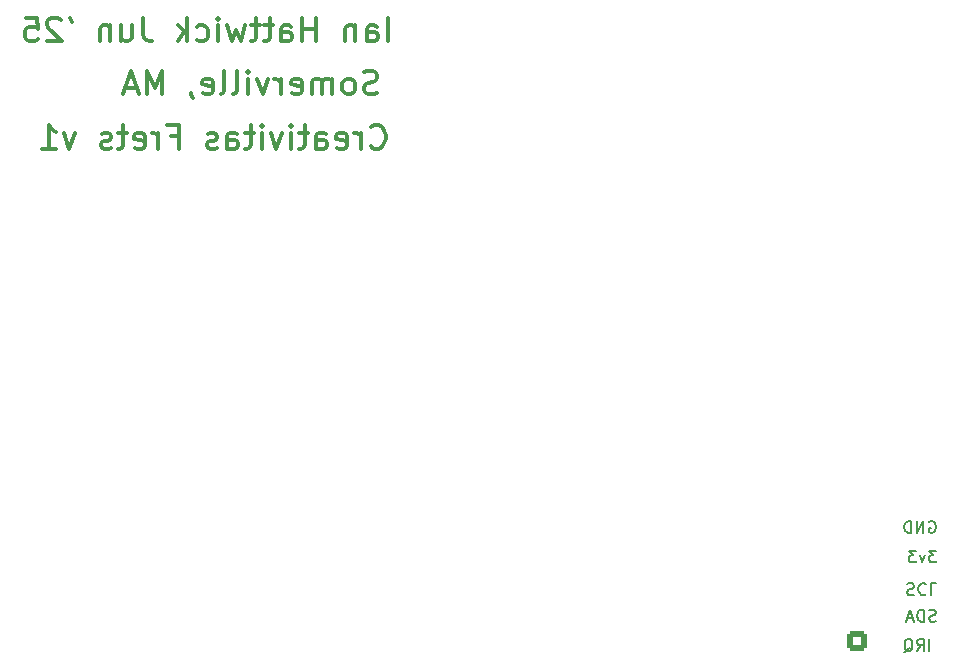
<source format=gbo>
G04 #@! TF.GenerationSoftware,KiCad,Pcbnew,8.0.7*
G04 #@! TF.CreationDate,2025-06-18T23:22:59-07:00*
G04 #@! TF.ProjectId,ESP32_MIDI_Summer25_FRETSkicad_pro.kicad_sch,45535033-325f-44d4-9944-495f53756d6d,rev?*
G04 #@! TF.SameCoordinates,Original*
G04 #@! TF.FileFunction,Legend,Bot*
G04 #@! TF.FilePolarity,Positive*
%FSLAX46Y46*%
G04 Gerber Fmt 4.6, Leading zero omitted, Abs format (unit mm)*
G04 Created by KiCad (PCBNEW 8.0.7) date 2025-06-18 23:22:59*
%MOMM*%
%LPD*%
G01*
G04 APERTURE LIST*
G04 Aperture macros list*
%AMRoundRect*
0 Rectangle with rounded corners*
0 $1 Rounding radius*
0 $2 $3 $4 $5 $6 $7 $8 $9 X,Y pos of 4 corners*
0 Add a 4 corners polygon primitive as box body*
4,1,4,$2,$3,$4,$5,$6,$7,$8,$9,$2,$3,0*
0 Add four circle primitives for the rounded corners*
1,1,$1+$1,$2,$3*
1,1,$1+$1,$4,$5*
1,1,$1+$1,$6,$7*
1,1,$1+$1,$8,$9*
0 Add four rect primitives between the rounded corners*
20,1,$1+$1,$2,$3,$4,$5,0*
20,1,$1+$1,$4,$5,$6,$7,0*
20,1,$1+$1,$6,$7,$8,$9,0*
20,1,$1+$1,$8,$9,$2,$3,0*%
G04 Aperture macros list end*
%ADD10C,0.150000*%
%ADD11C,0.300000*%
%ADD12C,11.000000*%
%ADD13C,6.800000*%
%ADD14RoundRect,0.250000X0.600000X0.600000X-0.600000X0.600000X-0.600000X-0.600000X0.600000X-0.600000X0*%
%ADD15C,1.700000*%
%ADD16C,3.200000*%
%ADD17C,4.300000*%
G04 APERTURE END LIST*
D10*
X245758458Y-92369819D02*
X245139411Y-92369819D01*
X245139411Y-92369819D02*
X245472744Y-92750771D01*
X245472744Y-92750771D02*
X245329887Y-92750771D01*
X245329887Y-92750771D02*
X245234649Y-92798390D01*
X245234649Y-92798390D02*
X245187030Y-92846009D01*
X245187030Y-92846009D02*
X245139411Y-92941247D01*
X245139411Y-92941247D02*
X245139411Y-93179342D01*
X245139411Y-93179342D02*
X245187030Y-93274580D01*
X245187030Y-93274580D02*
X245234649Y-93322200D01*
X245234649Y-93322200D02*
X245329887Y-93369819D01*
X245329887Y-93369819D02*
X245615601Y-93369819D01*
X245615601Y-93369819D02*
X245710839Y-93322200D01*
X245710839Y-93322200D02*
X245758458Y-93274580D01*
X244806077Y-92703152D02*
X244567982Y-93369819D01*
X244567982Y-93369819D02*
X244329887Y-92703152D01*
X244044172Y-92369819D02*
X243425125Y-92369819D01*
X243425125Y-92369819D02*
X243758458Y-92750771D01*
X243758458Y-92750771D02*
X243615601Y-92750771D01*
X243615601Y-92750771D02*
X243520363Y-92798390D01*
X243520363Y-92798390D02*
X243472744Y-92846009D01*
X243472744Y-92846009D02*
X243425125Y-92941247D01*
X243425125Y-92941247D02*
X243425125Y-93179342D01*
X243425125Y-93179342D02*
X243472744Y-93274580D01*
X243472744Y-93274580D02*
X243520363Y-93322200D01*
X243520363Y-93322200D02*
X243615601Y-93369819D01*
X243615601Y-93369819D02*
X243901315Y-93369819D01*
X243901315Y-93369819D02*
X243996553Y-93322200D01*
X243996553Y-93322200D02*
X244044172Y-93274580D01*
D11*
X199326441Y-49239638D02*
X199326441Y-47239638D01*
X197516917Y-49239638D02*
X197516917Y-48192019D01*
X197516917Y-48192019D02*
X197612155Y-48001542D01*
X197612155Y-48001542D02*
X197802631Y-47906304D01*
X197802631Y-47906304D02*
X198183584Y-47906304D01*
X198183584Y-47906304D02*
X198374060Y-48001542D01*
X197516917Y-49144400D02*
X197707393Y-49239638D01*
X197707393Y-49239638D02*
X198183584Y-49239638D01*
X198183584Y-49239638D02*
X198374060Y-49144400D01*
X198374060Y-49144400D02*
X198469298Y-48953923D01*
X198469298Y-48953923D02*
X198469298Y-48763447D01*
X198469298Y-48763447D02*
X198374060Y-48572971D01*
X198374060Y-48572971D02*
X198183584Y-48477733D01*
X198183584Y-48477733D02*
X197707393Y-48477733D01*
X197707393Y-48477733D02*
X197516917Y-48382495D01*
X196564536Y-47906304D02*
X196564536Y-49239638D01*
X196564536Y-48096780D02*
X196469298Y-48001542D01*
X196469298Y-48001542D02*
X196278822Y-47906304D01*
X196278822Y-47906304D02*
X195993107Y-47906304D01*
X195993107Y-47906304D02*
X195802631Y-48001542D01*
X195802631Y-48001542D02*
X195707393Y-48192019D01*
X195707393Y-48192019D02*
X195707393Y-49239638D01*
X193231202Y-49239638D02*
X193231202Y-47239638D01*
X193231202Y-48192019D02*
X192088345Y-48192019D01*
X192088345Y-49239638D02*
X192088345Y-47239638D01*
X190278821Y-49239638D02*
X190278821Y-48192019D01*
X190278821Y-48192019D02*
X190374059Y-48001542D01*
X190374059Y-48001542D02*
X190564535Y-47906304D01*
X190564535Y-47906304D02*
X190945488Y-47906304D01*
X190945488Y-47906304D02*
X191135964Y-48001542D01*
X190278821Y-49144400D02*
X190469297Y-49239638D01*
X190469297Y-49239638D02*
X190945488Y-49239638D01*
X190945488Y-49239638D02*
X191135964Y-49144400D01*
X191135964Y-49144400D02*
X191231202Y-48953923D01*
X191231202Y-48953923D02*
X191231202Y-48763447D01*
X191231202Y-48763447D02*
X191135964Y-48572971D01*
X191135964Y-48572971D02*
X190945488Y-48477733D01*
X190945488Y-48477733D02*
X190469297Y-48477733D01*
X190469297Y-48477733D02*
X190278821Y-48382495D01*
X189612154Y-47906304D02*
X188850250Y-47906304D01*
X189326440Y-47239638D02*
X189326440Y-48953923D01*
X189326440Y-48953923D02*
X189231202Y-49144400D01*
X189231202Y-49144400D02*
X189040726Y-49239638D01*
X189040726Y-49239638D02*
X188850250Y-49239638D01*
X188469297Y-47906304D02*
X187707393Y-47906304D01*
X188183583Y-47239638D02*
X188183583Y-48953923D01*
X188183583Y-48953923D02*
X188088345Y-49144400D01*
X188088345Y-49144400D02*
X187897869Y-49239638D01*
X187897869Y-49239638D02*
X187707393Y-49239638D01*
X187231202Y-47906304D02*
X186850250Y-49239638D01*
X186850250Y-49239638D02*
X186469297Y-48287257D01*
X186469297Y-48287257D02*
X186088345Y-49239638D01*
X186088345Y-49239638D02*
X185707393Y-47906304D01*
X184945488Y-49239638D02*
X184945488Y-47906304D01*
X184945488Y-47239638D02*
X185040726Y-47334876D01*
X185040726Y-47334876D02*
X184945488Y-47430114D01*
X184945488Y-47430114D02*
X184850250Y-47334876D01*
X184850250Y-47334876D02*
X184945488Y-47239638D01*
X184945488Y-47239638D02*
X184945488Y-47430114D01*
X183135964Y-49144400D02*
X183326440Y-49239638D01*
X183326440Y-49239638D02*
X183707393Y-49239638D01*
X183707393Y-49239638D02*
X183897869Y-49144400D01*
X183897869Y-49144400D02*
X183993107Y-49049161D01*
X183993107Y-49049161D02*
X184088345Y-48858685D01*
X184088345Y-48858685D02*
X184088345Y-48287257D01*
X184088345Y-48287257D02*
X183993107Y-48096780D01*
X183993107Y-48096780D02*
X183897869Y-48001542D01*
X183897869Y-48001542D02*
X183707393Y-47906304D01*
X183707393Y-47906304D02*
X183326440Y-47906304D01*
X183326440Y-47906304D02*
X183135964Y-48001542D01*
X182278821Y-49239638D02*
X182278821Y-47239638D01*
X182088345Y-48477733D02*
X181516916Y-49239638D01*
X181516916Y-47906304D02*
X182278821Y-48668209D01*
X178564534Y-47239638D02*
X178564534Y-48668209D01*
X178564534Y-48668209D02*
X178659773Y-48953923D01*
X178659773Y-48953923D02*
X178850249Y-49144400D01*
X178850249Y-49144400D02*
X179135963Y-49239638D01*
X179135963Y-49239638D02*
X179326439Y-49239638D01*
X176755010Y-47906304D02*
X176755010Y-49239638D01*
X177612153Y-47906304D02*
X177612153Y-48953923D01*
X177612153Y-48953923D02*
X177516915Y-49144400D01*
X177516915Y-49144400D02*
X177326439Y-49239638D01*
X177326439Y-49239638D02*
X177040724Y-49239638D01*
X177040724Y-49239638D02*
X176850248Y-49144400D01*
X176850248Y-49144400D02*
X176755010Y-49049161D01*
X175802629Y-47906304D02*
X175802629Y-49239638D01*
X175802629Y-48096780D02*
X175707391Y-48001542D01*
X175707391Y-48001542D02*
X175516915Y-47906304D01*
X175516915Y-47906304D02*
X175231200Y-47906304D01*
X175231200Y-47906304D02*
X175040724Y-48001542D01*
X175040724Y-48001542D02*
X174945486Y-48192019D01*
X174945486Y-48192019D02*
X174945486Y-49239638D01*
X172374057Y-47239638D02*
X172564533Y-47620590D01*
X171612152Y-47430114D02*
X171516914Y-47334876D01*
X171516914Y-47334876D02*
X171326438Y-47239638D01*
X171326438Y-47239638D02*
X170850247Y-47239638D01*
X170850247Y-47239638D02*
X170659771Y-47334876D01*
X170659771Y-47334876D02*
X170564533Y-47430114D01*
X170564533Y-47430114D02*
X170469295Y-47620590D01*
X170469295Y-47620590D02*
X170469295Y-47811066D01*
X170469295Y-47811066D02*
X170564533Y-48096780D01*
X170564533Y-48096780D02*
X171707390Y-49239638D01*
X171707390Y-49239638D02*
X170469295Y-49239638D01*
X168659771Y-47239638D02*
X169612152Y-47239638D01*
X169612152Y-47239638D02*
X169707390Y-48192019D01*
X169707390Y-48192019D02*
X169612152Y-48096780D01*
X169612152Y-48096780D02*
X169421676Y-48001542D01*
X169421676Y-48001542D02*
X168945485Y-48001542D01*
X168945485Y-48001542D02*
X168755009Y-48096780D01*
X168755009Y-48096780D02*
X168659771Y-48192019D01*
X168659771Y-48192019D02*
X168564533Y-48382495D01*
X168564533Y-48382495D02*
X168564533Y-48858685D01*
X168564533Y-48858685D02*
X168659771Y-49049161D01*
X168659771Y-49049161D02*
X168755009Y-49144400D01*
X168755009Y-49144400D02*
X168945485Y-49239638D01*
X168945485Y-49239638D02*
X169421676Y-49239638D01*
X169421676Y-49239638D02*
X169612152Y-49144400D01*
X169612152Y-49144400D02*
X169707390Y-49049161D01*
X198421679Y-53644400D02*
X198135965Y-53739638D01*
X198135965Y-53739638D02*
X197659774Y-53739638D01*
X197659774Y-53739638D02*
X197469298Y-53644400D01*
X197469298Y-53644400D02*
X197374060Y-53549161D01*
X197374060Y-53549161D02*
X197278822Y-53358685D01*
X197278822Y-53358685D02*
X197278822Y-53168209D01*
X197278822Y-53168209D02*
X197374060Y-52977733D01*
X197374060Y-52977733D02*
X197469298Y-52882495D01*
X197469298Y-52882495D02*
X197659774Y-52787257D01*
X197659774Y-52787257D02*
X198040727Y-52692019D01*
X198040727Y-52692019D02*
X198231203Y-52596780D01*
X198231203Y-52596780D02*
X198326441Y-52501542D01*
X198326441Y-52501542D02*
X198421679Y-52311066D01*
X198421679Y-52311066D02*
X198421679Y-52120590D01*
X198421679Y-52120590D02*
X198326441Y-51930114D01*
X198326441Y-51930114D02*
X198231203Y-51834876D01*
X198231203Y-51834876D02*
X198040727Y-51739638D01*
X198040727Y-51739638D02*
X197564536Y-51739638D01*
X197564536Y-51739638D02*
X197278822Y-51834876D01*
X196135965Y-53739638D02*
X196326441Y-53644400D01*
X196326441Y-53644400D02*
X196421679Y-53549161D01*
X196421679Y-53549161D02*
X196516917Y-53358685D01*
X196516917Y-53358685D02*
X196516917Y-52787257D01*
X196516917Y-52787257D02*
X196421679Y-52596780D01*
X196421679Y-52596780D02*
X196326441Y-52501542D01*
X196326441Y-52501542D02*
X196135965Y-52406304D01*
X196135965Y-52406304D02*
X195850250Y-52406304D01*
X195850250Y-52406304D02*
X195659774Y-52501542D01*
X195659774Y-52501542D02*
X195564536Y-52596780D01*
X195564536Y-52596780D02*
X195469298Y-52787257D01*
X195469298Y-52787257D02*
X195469298Y-53358685D01*
X195469298Y-53358685D02*
X195564536Y-53549161D01*
X195564536Y-53549161D02*
X195659774Y-53644400D01*
X195659774Y-53644400D02*
X195850250Y-53739638D01*
X195850250Y-53739638D02*
X196135965Y-53739638D01*
X194612155Y-53739638D02*
X194612155Y-52406304D01*
X194612155Y-52596780D02*
X194516917Y-52501542D01*
X194516917Y-52501542D02*
X194326441Y-52406304D01*
X194326441Y-52406304D02*
X194040726Y-52406304D01*
X194040726Y-52406304D02*
X193850250Y-52501542D01*
X193850250Y-52501542D02*
X193755012Y-52692019D01*
X193755012Y-52692019D02*
X193755012Y-53739638D01*
X193755012Y-52692019D02*
X193659774Y-52501542D01*
X193659774Y-52501542D02*
X193469298Y-52406304D01*
X193469298Y-52406304D02*
X193183584Y-52406304D01*
X193183584Y-52406304D02*
X192993107Y-52501542D01*
X192993107Y-52501542D02*
X192897869Y-52692019D01*
X192897869Y-52692019D02*
X192897869Y-53739638D01*
X191183583Y-53644400D02*
X191374059Y-53739638D01*
X191374059Y-53739638D02*
X191755012Y-53739638D01*
X191755012Y-53739638D02*
X191945488Y-53644400D01*
X191945488Y-53644400D02*
X192040726Y-53453923D01*
X192040726Y-53453923D02*
X192040726Y-52692019D01*
X192040726Y-52692019D02*
X191945488Y-52501542D01*
X191945488Y-52501542D02*
X191755012Y-52406304D01*
X191755012Y-52406304D02*
X191374059Y-52406304D01*
X191374059Y-52406304D02*
X191183583Y-52501542D01*
X191183583Y-52501542D02*
X191088345Y-52692019D01*
X191088345Y-52692019D02*
X191088345Y-52882495D01*
X191088345Y-52882495D02*
X192040726Y-53072971D01*
X190231202Y-53739638D02*
X190231202Y-52406304D01*
X190231202Y-52787257D02*
X190135964Y-52596780D01*
X190135964Y-52596780D02*
X190040726Y-52501542D01*
X190040726Y-52501542D02*
X189850250Y-52406304D01*
X189850250Y-52406304D02*
X189659773Y-52406304D01*
X189183583Y-52406304D02*
X188707393Y-53739638D01*
X188707393Y-53739638D02*
X188231202Y-52406304D01*
X187469297Y-53739638D02*
X187469297Y-52406304D01*
X187469297Y-51739638D02*
X187564535Y-51834876D01*
X187564535Y-51834876D02*
X187469297Y-51930114D01*
X187469297Y-51930114D02*
X187374059Y-51834876D01*
X187374059Y-51834876D02*
X187469297Y-51739638D01*
X187469297Y-51739638D02*
X187469297Y-51930114D01*
X186231202Y-53739638D02*
X186421678Y-53644400D01*
X186421678Y-53644400D02*
X186516916Y-53453923D01*
X186516916Y-53453923D02*
X186516916Y-51739638D01*
X185183583Y-53739638D02*
X185374059Y-53644400D01*
X185374059Y-53644400D02*
X185469297Y-53453923D01*
X185469297Y-53453923D02*
X185469297Y-51739638D01*
X183659773Y-53644400D02*
X183850249Y-53739638D01*
X183850249Y-53739638D02*
X184231202Y-53739638D01*
X184231202Y-53739638D02*
X184421678Y-53644400D01*
X184421678Y-53644400D02*
X184516916Y-53453923D01*
X184516916Y-53453923D02*
X184516916Y-52692019D01*
X184516916Y-52692019D02*
X184421678Y-52501542D01*
X184421678Y-52501542D02*
X184231202Y-52406304D01*
X184231202Y-52406304D02*
X183850249Y-52406304D01*
X183850249Y-52406304D02*
X183659773Y-52501542D01*
X183659773Y-52501542D02*
X183564535Y-52692019D01*
X183564535Y-52692019D02*
X183564535Y-52882495D01*
X183564535Y-52882495D02*
X184516916Y-53072971D01*
X182612154Y-53644400D02*
X182612154Y-53739638D01*
X182612154Y-53739638D02*
X182707392Y-53930114D01*
X182707392Y-53930114D02*
X182802630Y-54025352D01*
X180231201Y-53739638D02*
X180231201Y-51739638D01*
X180231201Y-51739638D02*
X179564534Y-53168209D01*
X179564534Y-53168209D02*
X178897868Y-51739638D01*
X178897868Y-51739638D02*
X178897868Y-53739638D01*
X178040725Y-53168209D02*
X177088344Y-53168209D01*
X178231201Y-53739638D02*
X177564535Y-51739638D01*
X177564535Y-51739638D02*
X176897868Y-53739638D01*
D10*
X245163220Y-100869819D02*
X245163220Y-99869819D01*
X244115602Y-100869819D02*
X244448935Y-100393628D01*
X244687030Y-100869819D02*
X244687030Y-99869819D01*
X244687030Y-99869819D02*
X244306078Y-99869819D01*
X244306078Y-99869819D02*
X244210840Y-99917438D01*
X244210840Y-99917438D02*
X244163221Y-99965057D01*
X244163221Y-99965057D02*
X244115602Y-100060295D01*
X244115602Y-100060295D02*
X244115602Y-100203152D01*
X244115602Y-100203152D02*
X244163221Y-100298390D01*
X244163221Y-100298390D02*
X244210840Y-100346009D01*
X244210840Y-100346009D02*
X244306078Y-100393628D01*
X244306078Y-100393628D02*
X244687030Y-100393628D01*
X243020364Y-100965057D02*
X243115602Y-100917438D01*
X243115602Y-100917438D02*
X243210840Y-100822200D01*
X243210840Y-100822200D02*
X243353697Y-100679342D01*
X243353697Y-100679342D02*
X243448935Y-100631723D01*
X243448935Y-100631723D02*
X243544173Y-100631723D01*
X243496554Y-100869819D02*
X243591792Y-100822200D01*
X243591792Y-100822200D02*
X243687030Y-100726961D01*
X243687030Y-100726961D02*
X243734649Y-100536485D01*
X243734649Y-100536485D02*
X243734649Y-100203152D01*
X243734649Y-100203152D02*
X243687030Y-100012676D01*
X243687030Y-100012676D02*
X243591792Y-99917438D01*
X243591792Y-99917438D02*
X243496554Y-99869819D01*
X243496554Y-99869819D02*
X243306078Y-99869819D01*
X243306078Y-99869819D02*
X243210840Y-99917438D01*
X243210840Y-99917438D02*
X243115602Y-100012676D01*
X243115602Y-100012676D02*
X243067983Y-100203152D01*
X243067983Y-100203152D02*
X243067983Y-100536485D01*
X243067983Y-100536485D02*
X243115602Y-100726961D01*
X243115602Y-100726961D02*
X243210840Y-100822200D01*
X243210840Y-100822200D02*
X243306078Y-100869819D01*
X243306078Y-100869819D02*
X243496554Y-100869819D01*
X245139411Y-89917438D02*
X245234649Y-89869819D01*
X245234649Y-89869819D02*
X245377506Y-89869819D01*
X245377506Y-89869819D02*
X245520363Y-89917438D01*
X245520363Y-89917438D02*
X245615601Y-90012676D01*
X245615601Y-90012676D02*
X245663220Y-90107914D01*
X245663220Y-90107914D02*
X245710839Y-90298390D01*
X245710839Y-90298390D02*
X245710839Y-90441247D01*
X245710839Y-90441247D02*
X245663220Y-90631723D01*
X245663220Y-90631723D02*
X245615601Y-90726961D01*
X245615601Y-90726961D02*
X245520363Y-90822200D01*
X245520363Y-90822200D02*
X245377506Y-90869819D01*
X245377506Y-90869819D02*
X245282268Y-90869819D01*
X245282268Y-90869819D02*
X245139411Y-90822200D01*
X245139411Y-90822200D02*
X245091792Y-90774580D01*
X245091792Y-90774580D02*
X245091792Y-90441247D01*
X245091792Y-90441247D02*
X245282268Y-90441247D01*
X244663220Y-90869819D02*
X244663220Y-89869819D01*
X244663220Y-89869819D02*
X244091792Y-90869819D01*
X244091792Y-90869819D02*
X244091792Y-89869819D01*
X243615601Y-90869819D02*
X243615601Y-89869819D01*
X243615601Y-89869819D02*
X243377506Y-89869819D01*
X243377506Y-89869819D02*
X243234649Y-89917438D01*
X243234649Y-89917438D02*
X243139411Y-90012676D01*
X243139411Y-90012676D02*
X243091792Y-90107914D01*
X243091792Y-90107914D02*
X243044173Y-90298390D01*
X243044173Y-90298390D02*
X243044173Y-90441247D01*
X243044173Y-90441247D02*
X243091792Y-90631723D01*
X243091792Y-90631723D02*
X243139411Y-90726961D01*
X243139411Y-90726961D02*
X243234649Y-90822200D01*
X243234649Y-90822200D02*
X243377506Y-90869819D01*
X243377506Y-90869819D02*
X243615601Y-90869819D01*
D11*
X197883584Y-58149161D02*
X197978822Y-58244400D01*
X197978822Y-58244400D02*
X198264536Y-58339638D01*
X198264536Y-58339638D02*
X198455012Y-58339638D01*
X198455012Y-58339638D02*
X198740727Y-58244400D01*
X198740727Y-58244400D02*
X198931203Y-58053923D01*
X198931203Y-58053923D02*
X199026441Y-57863447D01*
X199026441Y-57863447D02*
X199121679Y-57482495D01*
X199121679Y-57482495D02*
X199121679Y-57196780D01*
X199121679Y-57196780D02*
X199026441Y-56815828D01*
X199026441Y-56815828D02*
X198931203Y-56625352D01*
X198931203Y-56625352D02*
X198740727Y-56434876D01*
X198740727Y-56434876D02*
X198455012Y-56339638D01*
X198455012Y-56339638D02*
X198264536Y-56339638D01*
X198264536Y-56339638D02*
X197978822Y-56434876D01*
X197978822Y-56434876D02*
X197883584Y-56530114D01*
X197026441Y-58339638D02*
X197026441Y-57006304D01*
X197026441Y-57387257D02*
X196931203Y-57196780D01*
X196931203Y-57196780D02*
X196835965Y-57101542D01*
X196835965Y-57101542D02*
X196645489Y-57006304D01*
X196645489Y-57006304D02*
X196455012Y-57006304D01*
X195026441Y-58244400D02*
X195216917Y-58339638D01*
X195216917Y-58339638D02*
X195597870Y-58339638D01*
X195597870Y-58339638D02*
X195788346Y-58244400D01*
X195788346Y-58244400D02*
X195883584Y-58053923D01*
X195883584Y-58053923D02*
X195883584Y-57292019D01*
X195883584Y-57292019D02*
X195788346Y-57101542D01*
X195788346Y-57101542D02*
X195597870Y-57006304D01*
X195597870Y-57006304D02*
X195216917Y-57006304D01*
X195216917Y-57006304D02*
X195026441Y-57101542D01*
X195026441Y-57101542D02*
X194931203Y-57292019D01*
X194931203Y-57292019D02*
X194931203Y-57482495D01*
X194931203Y-57482495D02*
X195883584Y-57672971D01*
X193216917Y-58339638D02*
X193216917Y-57292019D01*
X193216917Y-57292019D02*
X193312155Y-57101542D01*
X193312155Y-57101542D02*
X193502631Y-57006304D01*
X193502631Y-57006304D02*
X193883584Y-57006304D01*
X193883584Y-57006304D02*
X194074060Y-57101542D01*
X193216917Y-58244400D02*
X193407393Y-58339638D01*
X193407393Y-58339638D02*
X193883584Y-58339638D01*
X193883584Y-58339638D02*
X194074060Y-58244400D01*
X194074060Y-58244400D02*
X194169298Y-58053923D01*
X194169298Y-58053923D02*
X194169298Y-57863447D01*
X194169298Y-57863447D02*
X194074060Y-57672971D01*
X194074060Y-57672971D02*
X193883584Y-57577733D01*
X193883584Y-57577733D02*
X193407393Y-57577733D01*
X193407393Y-57577733D02*
X193216917Y-57482495D01*
X192550250Y-57006304D02*
X191788346Y-57006304D01*
X192264536Y-56339638D02*
X192264536Y-58053923D01*
X192264536Y-58053923D02*
X192169298Y-58244400D01*
X192169298Y-58244400D02*
X191978822Y-58339638D01*
X191978822Y-58339638D02*
X191788346Y-58339638D01*
X191121679Y-58339638D02*
X191121679Y-57006304D01*
X191121679Y-56339638D02*
X191216917Y-56434876D01*
X191216917Y-56434876D02*
X191121679Y-56530114D01*
X191121679Y-56530114D02*
X191026441Y-56434876D01*
X191026441Y-56434876D02*
X191121679Y-56339638D01*
X191121679Y-56339638D02*
X191121679Y-56530114D01*
X190359774Y-57006304D02*
X189883584Y-58339638D01*
X189883584Y-58339638D02*
X189407393Y-57006304D01*
X188645488Y-58339638D02*
X188645488Y-57006304D01*
X188645488Y-56339638D02*
X188740726Y-56434876D01*
X188740726Y-56434876D02*
X188645488Y-56530114D01*
X188645488Y-56530114D02*
X188550250Y-56434876D01*
X188550250Y-56434876D02*
X188645488Y-56339638D01*
X188645488Y-56339638D02*
X188645488Y-56530114D01*
X187978821Y-57006304D02*
X187216917Y-57006304D01*
X187693107Y-56339638D02*
X187693107Y-58053923D01*
X187693107Y-58053923D02*
X187597869Y-58244400D01*
X187597869Y-58244400D02*
X187407393Y-58339638D01*
X187407393Y-58339638D02*
X187216917Y-58339638D01*
X185693107Y-58339638D02*
X185693107Y-57292019D01*
X185693107Y-57292019D02*
X185788345Y-57101542D01*
X185788345Y-57101542D02*
X185978821Y-57006304D01*
X185978821Y-57006304D02*
X186359774Y-57006304D01*
X186359774Y-57006304D02*
X186550250Y-57101542D01*
X185693107Y-58244400D02*
X185883583Y-58339638D01*
X185883583Y-58339638D02*
X186359774Y-58339638D01*
X186359774Y-58339638D02*
X186550250Y-58244400D01*
X186550250Y-58244400D02*
X186645488Y-58053923D01*
X186645488Y-58053923D02*
X186645488Y-57863447D01*
X186645488Y-57863447D02*
X186550250Y-57672971D01*
X186550250Y-57672971D02*
X186359774Y-57577733D01*
X186359774Y-57577733D02*
X185883583Y-57577733D01*
X185883583Y-57577733D02*
X185693107Y-57482495D01*
X184835964Y-58244400D02*
X184645488Y-58339638D01*
X184645488Y-58339638D02*
X184264536Y-58339638D01*
X184264536Y-58339638D02*
X184074059Y-58244400D01*
X184074059Y-58244400D02*
X183978821Y-58053923D01*
X183978821Y-58053923D02*
X183978821Y-57958685D01*
X183978821Y-57958685D02*
X184074059Y-57768209D01*
X184074059Y-57768209D02*
X184264536Y-57672971D01*
X184264536Y-57672971D02*
X184550250Y-57672971D01*
X184550250Y-57672971D02*
X184740726Y-57577733D01*
X184740726Y-57577733D02*
X184835964Y-57387257D01*
X184835964Y-57387257D02*
X184835964Y-57292019D01*
X184835964Y-57292019D02*
X184740726Y-57101542D01*
X184740726Y-57101542D02*
X184550250Y-57006304D01*
X184550250Y-57006304D02*
X184264536Y-57006304D01*
X184264536Y-57006304D02*
X184074059Y-57101542D01*
X180931201Y-57292019D02*
X181597868Y-57292019D01*
X181597868Y-58339638D02*
X181597868Y-56339638D01*
X181597868Y-56339638D02*
X180645487Y-56339638D01*
X179883582Y-58339638D02*
X179883582Y-57006304D01*
X179883582Y-57387257D02*
X179788344Y-57196780D01*
X179788344Y-57196780D02*
X179693106Y-57101542D01*
X179693106Y-57101542D02*
X179502630Y-57006304D01*
X179502630Y-57006304D02*
X179312153Y-57006304D01*
X177883582Y-58244400D02*
X178074058Y-58339638D01*
X178074058Y-58339638D02*
X178455011Y-58339638D01*
X178455011Y-58339638D02*
X178645487Y-58244400D01*
X178645487Y-58244400D02*
X178740725Y-58053923D01*
X178740725Y-58053923D02*
X178740725Y-57292019D01*
X178740725Y-57292019D02*
X178645487Y-57101542D01*
X178645487Y-57101542D02*
X178455011Y-57006304D01*
X178455011Y-57006304D02*
X178074058Y-57006304D01*
X178074058Y-57006304D02*
X177883582Y-57101542D01*
X177883582Y-57101542D02*
X177788344Y-57292019D01*
X177788344Y-57292019D02*
X177788344Y-57482495D01*
X177788344Y-57482495D02*
X178740725Y-57672971D01*
X177216915Y-57006304D02*
X176455011Y-57006304D01*
X176931201Y-56339638D02*
X176931201Y-58053923D01*
X176931201Y-58053923D02*
X176835963Y-58244400D01*
X176835963Y-58244400D02*
X176645487Y-58339638D01*
X176645487Y-58339638D02*
X176455011Y-58339638D01*
X175883582Y-58244400D02*
X175693106Y-58339638D01*
X175693106Y-58339638D02*
X175312154Y-58339638D01*
X175312154Y-58339638D02*
X175121677Y-58244400D01*
X175121677Y-58244400D02*
X175026439Y-58053923D01*
X175026439Y-58053923D02*
X175026439Y-57958685D01*
X175026439Y-57958685D02*
X175121677Y-57768209D01*
X175121677Y-57768209D02*
X175312154Y-57672971D01*
X175312154Y-57672971D02*
X175597868Y-57672971D01*
X175597868Y-57672971D02*
X175788344Y-57577733D01*
X175788344Y-57577733D02*
X175883582Y-57387257D01*
X175883582Y-57387257D02*
X175883582Y-57292019D01*
X175883582Y-57292019D02*
X175788344Y-57101542D01*
X175788344Y-57101542D02*
X175597868Y-57006304D01*
X175597868Y-57006304D02*
X175312154Y-57006304D01*
X175312154Y-57006304D02*
X175121677Y-57101542D01*
X172835962Y-57006304D02*
X172359772Y-58339638D01*
X172359772Y-58339638D02*
X171883581Y-57006304D01*
X170074057Y-58339638D02*
X171216914Y-58339638D01*
X170645486Y-58339638D02*
X170645486Y-56339638D01*
X170645486Y-56339638D02*
X170835962Y-56625352D01*
X170835962Y-56625352D02*
X171026438Y-56815828D01*
X171026438Y-56815828D02*
X171216914Y-56911066D01*
D10*
X243289160Y-95177800D02*
X243432017Y-95130180D01*
X243432017Y-95130180D02*
X243670112Y-95130180D01*
X243670112Y-95130180D02*
X243765350Y-95177800D01*
X243765350Y-95177800D02*
X243812969Y-95225419D01*
X243812969Y-95225419D02*
X243860588Y-95320657D01*
X243860588Y-95320657D02*
X243860588Y-95415895D01*
X243860588Y-95415895D02*
X243812969Y-95511133D01*
X243812969Y-95511133D02*
X243765350Y-95558752D01*
X243765350Y-95558752D02*
X243670112Y-95606371D01*
X243670112Y-95606371D02*
X243479636Y-95653990D01*
X243479636Y-95653990D02*
X243384398Y-95701609D01*
X243384398Y-95701609D02*
X243336779Y-95749228D01*
X243336779Y-95749228D02*
X243289160Y-95844466D01*
X243289160Y-95844466D02*
X243289160Y-95939704D01*
X243289160Y-95939704D02*
X243336779Y-96034942D01*
X243336779Y-96034942D02*
X243384398Y-96082561D01*
X243384398Y-96082561D02*
X243479636Y-96130180D01*
X243479636Y-96130180D02*
X243717731Y-96130180D01*
X243717731Y-96130180D02*
X243860588Y-96082561D01*
X244860588Y-95225419D02*
X244812969Y-95177800D01*
X244812969Y-95177800D02*
X244670112Y-95130180D01*
X244670112Y-95130180D02*
X244574874Y-95130180D01*
X244574874Y-95130180D02*
X244432017Y-95177800D01*
X244432017Y-95177800D02*
X244336779Y-95273038D01*
X244336779Y-95273038D02*
X244289160Y-95368276D01*
X244289160Y-95368276D02*
X244241541Y-95558752D01*
X244241541Y-95558752D02*
X244241541Y-95701609D01*
X244241541Y-95701609D02*
X244289160Y-95892085D01*
X244289160Y-95892085D02*
X244336779Y-95987323D01*
X244336779Y-95987323D02*
X244432017Y-96082561D01*
X244432017Y-96082561D02*
X244574874Y-96130180D01*
X244574874Y-96130180D02*
X244670112Y-96130180D01*
X244670112Y-96130180D02*
X244812969Y-96082561D01*
X244812969Y-96082561D02*
X244860588Y-96034942D01*
X245765350Y-95130180D02*
X245289160Y-95130180D01*
X245289160Y-95130180D02*
X245289160Y-96130180D01*
X245710839Y-98322200D02*
X245567982Y-98369819D01*
X245567982Y-98369819D02*
X245329887Y-98369819D01*
X245329887Y-98369819D02*
X245234649Y-98322200D01*
X245234649Y-98322200D02*
X245187030Y-98274580D01*
X245187030Y-98274580D02*
X245139411Y-98179342D01*
X245139411Y-98179342D02*
X245139411Y-98084104D01*
X245139411Y-98084104D02*
X245187030Y-97988866D01*
X245187030Y-97988866D02*
X245234649Y-97941247D01*
X245234649Y-97941247D02*
X245329887Y-97893628D01*
X245329887Y-97893628D02*
X245520363Y-97846009D01*
X245520363Y-97846009D02*
X245615601Y-97798390D01*
X245615601Y-97798390D02*
X245663220Y-97750771D01*
X245663220Y-97750771D02*
X245710839Y-97655533D01*
X245710839Y-97655533D02*
X245710839Y-97560295D01*
X245710839Y-97560295D02*
X245663220Y-97465057D01*
X245663220Y-97465057D02*
X245615601Y-97417438D01*
X245615601Y-97417438D02*
X245520363Y-97369819D01*
X245520363Y-97369819D02*
X245282268Y-97369819D01*
X245282268Y-97369819D02*
X245139411Y-97417438D01*
X244710839Y-98369819D02*
X244710839Y-97369819D01*
X244710839Y-97369819D02*
X244472744Y-97369819D01*
X244472744Y-97369819D02*
X244329887Y-97417438D01*
X244329887Y-97417438D02*
X244234649Y-97512676D01*
X244234649Y-97512676D02*
X244187030Y-97607914D01*
X244187030Y-97607914D02*
X244139411Y-97798390D01*
X244139411Y-97798390D02*
X244139411Y-97941247D01*
X244139411Y-97941247D02*
X244187030Y-98131723D01*
X244187030Y-98131723D02*
X244234649Y-98226961D01*
X244234649Y-98226961D02*
X244329887Y-98322200D01*
X244329887Y-98322200D02*
X244472744Y-98369819D01*
X244472744Y-98369819D02*
X244710839Y-98369819D01*
X243758458Y-98084104D02*
X243282268Y-98084104D01*
X243853696Y-98369819D02*
X243520363Y-97369819D01*
X243520363Y-97369819D02*
X243187030Y-98369819D01*
%LPC*%
D12*
X179000000Y-99000000D03*
D13*
X179000000Y-99000000D03*
D12*
X137000000Y-99000000D03*
D13*
X137000000Y-99000000D03*
D12*
X172000000Y-87000000D03*
D13*
X172000000Y-87000000D03*
D12*
X165000000Y-99000000D03*
D13*
X165000000Y-99000000D03*
D12*
X186000000Y-87000000D03*
D13*
X186000000Y-87000000D03*
D12*
X95000000Y-99000000D03*
D13*
X95000000Y-99000000D03*
D12*
X193000000Y-99000000D03*
D13*
X193000000Y-99000000D03*
D12*
X60000000Y-87000000D03*
D13*
X60000000Y-87000000D03*
D14*
X239000000Y-100000000D03*
D15*
X236460000Y-100000000D03*
X239000000Y-97460000D03*
X236460000Y-97460000D03*
X239000000Y-94920000D03*
X236460000Y-94920000D03*
X239000000Y-92380000D03*
X236460000Y-92380000D03*
X239000000Y-89840000D03*
X236460000Y-89840000D03*
D12*
X88000000Y-87000000D03*
D13*
X88000000Y-87000000D03*
D12*
X109000000Y-99000000D03*
D13*
X109000000Y-99000000D03*
D12*
X200000000Y-87000000D03*
D13*
X200000000Y-87000000D03*
D16*
X245000000Y-80000000D03*
D12*
X130000000Y-87000000D03*
D13*
X130000000Y-87000000D03*
D12*
X144000000Y-87000000D03*
D13*
X144000000Y-87000000D03*
D15*
X228390000Y-100850000D03*
X228390000Y-98310000D03*
X228390000Y-95770000D03*
X228390000Y-93230000D03*
X228390000Y-90690000D03*
X228390000Y-88150000D03*
X210610000Y-80530000D03*
X210610000Y-83070000D03*
X210610000Y-85610000D03*
X210610000Y-88150000D03*
X210610000Y-90690000D03*
X210610000Y-93230000D03*
X210610000Y-95770000D03*
X210610000Y-98310000D03*
X210610000Y-100850000D03*
X210610000Y-103390000D03*
X210610000Y-105930000D03*
X210610000Y-108470000D03*
D12*
X81000000Y-99000000D03*
D13*
X81000000Y-99000000D03*
D12*
X102000000Y-87000000D03*
D13*
X102000000Y-87000000D03*
D12*
X158000000Y-87000000D03*
D13*
X158000000Y-87000000D03*
D12*
X116000000Y-87000000D03*
D13*
X116000000Y-87000000D03*
D17*
X88000000Y-105500000D03*
D12*
X74000000Y-87000000D03*
D13*
X74000000Y-87000000D03*
D12*
X123000000Y-99000000D03*
D13*
X123000000Y-99000000D03*
D16*
X245000000Y-110000000D03*
D12*
X151000000Y-99000000D03*
D13*
X151000000Y-99000000D03*
D17*
X115500000Y-105500000D03*
D12*
X67000000Y-99000000D03*
D13*
X67000000Y-99000000D03*
%LPD*%
M02*

</source>
